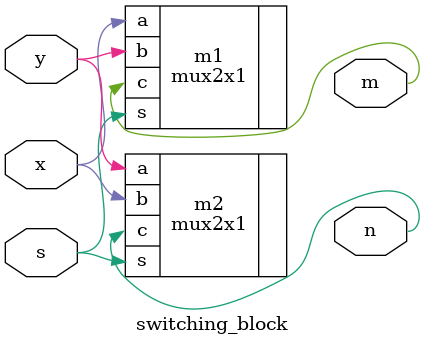
<source format=v>
module switching_block(
    input x,
    input y,
    input s,
    output m,
    output n
);

mux2x1 m1(.a(x), .b(y), .s(s), .c(m));
mux2x1 m2(.a(y), .b(x), .s(s), .c(n));

endmodule

</source>
